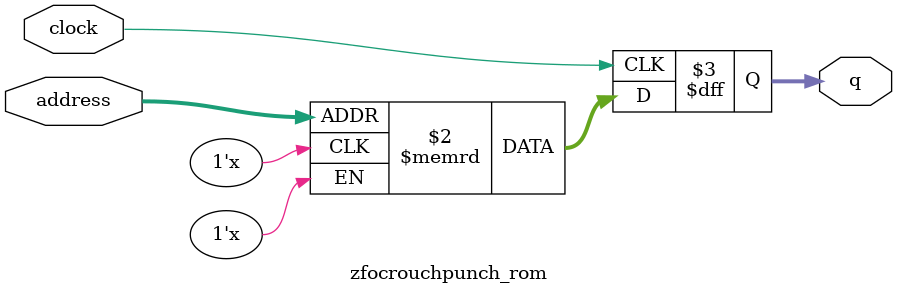
<source format=sv>
module zfocrouchpunch_rom (
	input logic clock,
	input logic [11:0] address,
	output logic [3:0] q
);

logic [3:0] memory [0:4095] /* synthesis ram_init_file = "./zfocrouchpunch/zfocrouchpunch.mif" */;

always_ff @ (posedge clock) begin
	q <= memory[address];
end

endmodule

</source>
